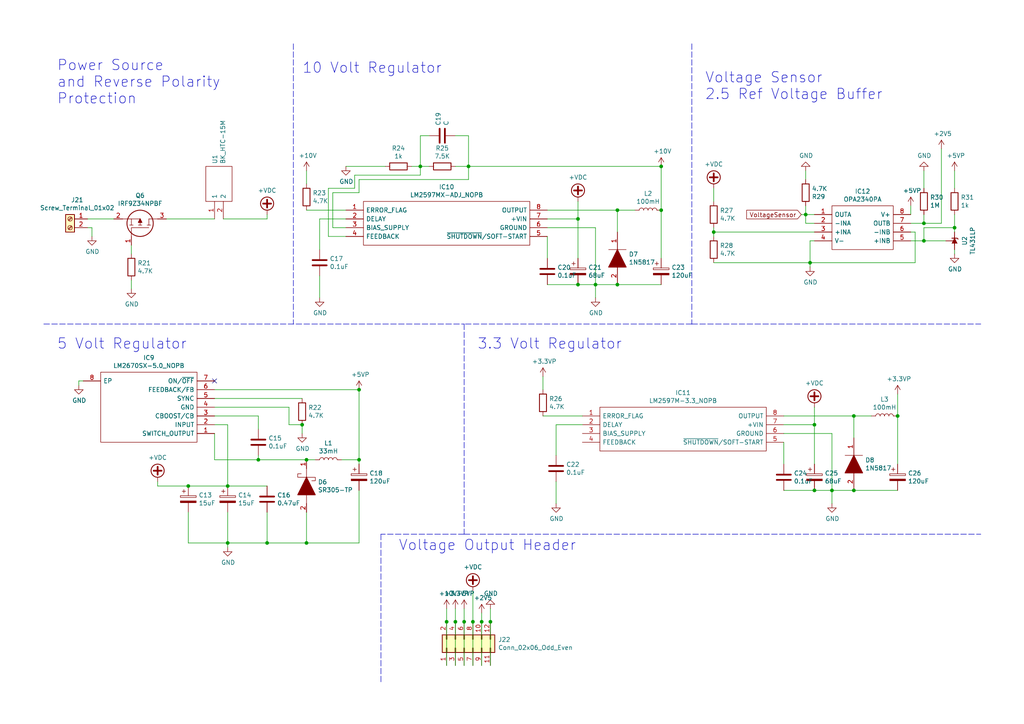
<source format=kicad_sch>
(kicad_sch (version 20211123) (generator eeschema)
  (paper "A4")
  (lib_symbols
    (symbol "Connector:Screw_Terminal_01x02" (pin_names (offset 1.016) hide)
      (property "Reference" "J" (at 0 2.54 0))
      (property "Value" "Screw_Terminal_01x02" (at 0 -5.08 0))
      (symbol "Screw_Terminal_01x02_1_1"
        (rectangle (start -1.27 1.27) (end 1.27 -3.81) (stroke (width 0.254)) (fill (type background)))
        (circle (center 0 -2.54) (radius 0.635) (stroke (width 0.1524)))
        (polyline (pts (xy -0.5334 -2.2098) (xy 0.3302 -3.048)) (stroke (width 0.1524)))
        (polyline (pts (xy -0.5334 0.3302) (xy 0.3302 -0.508)) (stroke (width 0.1524)))
        (polyline (pts (xy -0.3556 -2.032) (xy 0.508 -2.8702)) (stroke (width 0.1524)))
        (polyline (pts (xy -0.3556 0.508) (xy 0.508 -0.3302)) (stroke (width 0.1524)))
        (circle (center 0 0) (radius 0.635) (stroke (width 0.1524)))
        (pin passive line (at -5.08 0 0) (length 3.81) (name "Pin_1") (number "1"))
        (pin passive line (at -5.08 -2.54 0) (length 3.81) (name "Pin_2") (number "2"))
      )
    )
    (symbol "Connector_Generic:Conn_02x06_Odd_Even" (pin_names (offset 1.016) hide)
      (property "Reference" "J" (at 1.27 7.62 0))
      (property "Value" "Conn_02x06_Odd_Even" (at 1.27 -10.16 0))
      (symbol "Conn_02x06_Odd_Even_1_1"
        (rectangle (start -1.27 -7.493) (end 0 -7.747) (stroke (width 0.1524)))
        (rectangle (start -1.27 -4.953) (end 0 -5.207) (stroke (width 0.1524)))
        (rectangle (start -1.27 -2.413) (end 0 -2.667) (stroke (width 0.1524)))
        (rectangle (start -1.27 0.127) (end 0 -0.127) (stroke (width 0.1524)))
        (rectangle (start -1.27 2.667) (end 0 2.413) (stroke (width 0.1524)))
        (rectangle (start -1.27 5.207) (end 0 4.953) (stroke (width 0.1524)))
        (rectangle (start -1.27 6.35) (end 3.81 -8.89) (stroke (width 0.254)) (fill (type background)))
        (rectangle (start 3.81 -7.493) (end 2.54 -7.747) (stroke (width 0.1524)))
        (rectangle (start 3.81 -4.953) (end 2.54 -5.207) (stroke (width 0.1524)))
        (rectangle (start 3.81 -2.413) (end 2.54 -2.667) (stroke (width 0.1524)))
        (rectangle (start 3.81 0.127) (end 2.54 -0.127) (stroke (width 0.1524)))
        (rectangle (start 3.81 2.667) (end 2.54 2.413) (stroke (width 0.1524)))
        (rectangle (start 3.81 5.207) (end 2.54 4.953) (stroke (width 0.1524)))
        (pin passive line (at -5.08 5.08 0) (length 3.81) (name "Pin_1") (number "1"))
        (pin passive line (at 7.62 -5.08 180) (length 3.81) (name "Pin_10") (number "10"))
        (pin passive line (at -5.08 -7.62 0) (length 3.81) (name "Pin_11") (number "11"))
        (pin passive line (at 7.62 -7.62 180) (length 3.81) (name "Pin_12") (number "12"))
        (pin passive line (at 7.62 5.08 180) (length 3.81) (name "Pin_2") (number "2"))
        (pin passive line (at -5.08 2.54 0) (length 3.81) (name "Pin_3") (number "3"))
        (pin passive line (at 7.62 2.54 180) (length 3.81) (name "Pin_4") (number "4"))
        (pin passive line (at -5.08 0 0) (length 3.81) (name "Pin_5") (number "5"))
        (pin passive line (at 7.62 0 180) (length 3.81) (name "Pin_6") (number "6"))
        (pin passive line (at -5.08 -2.54 0) (length 3.81) (name "Pin_7") (number "7"))
        (pin passive line (at 7.62 -2.54 180) (length 3.81) (name "Pin_8") (number "8"))
        (pin passive line (at -5.08 -5.08 0) (length 3.81) (name "Pin_9") (number "9"))
      )
    )
    (symbol "Device:C" (pin_numbers hide) (pin_names (offset 0.254))
      (property "Reference" "C" (at 0.635 2.54 0))
      (property "Value" "C" (at 0.635 -2.54 0))
      (symbol "C_0_1"
        (polyline (pts (xy -2.032 -0.762) (xy 2.032 -0.762)) (stroke (width 0.508)))
        (polyline (pts (xy -2.032 0.762) (xy 2.032 0.762)) (stroke (width 0.508)))
      )
      (symbol "C_1_1"
        (pin passive line (at 0 3.81 270) (length 2.794) (name "~") (number "1"))
        (pin passive line (at 0 -3.81 90) (length 2.794) (name "~") (number "2"))
      )
    )
    (symbol "Device:CP" (pin_numbers hide) (pin_names (offset 0.254))
      (property "Reference" "C" (at 0.635 2.54 0))
      (property "Value" "Device_CP" (at 0.635 -2.54 0))
      (symbol "CP_0_1"
        (rectangle (start -2.286 0.508) (end 2.286 1.016))
        (polyline (pts (xy -1.778 2.286) (xy -0.762 2.286)))
        (polyline (pts (xy -1.27 2.794) (xy -1.27 1.778)))
        (rectangle (start 2.286 -0.508) (end -2.286 -1.016) (fill (type outline)))
      )
      (symbol "CP_1_1"
        (pin passive line (at 0 3.81 270) (length 2.794) (name "~") (number "1"))
        (pin passive line (at 0 -3.81 90) (length 2.794) (name "~") (number "2"))
      )
    )
    (symbol "Device:L" (pin_numbers hide) (pin_names (offset 1.016) hide)
      (property "Reference" "L" (at -1.27 0 90))
      (property "Value" "L" (at 1.905 0 90))
      (symbol "L_0_1"
        (arc (start 0 -2.54) (mid 0.635 -1.905) (end 0 -1.27))
        (arc (start 0 -1.27) (mid 0.635 -0.635) (end 0 0))
        (arc (start 0 0) (mid 0.635 0.635) (end 0 1.27))
        (arc (start 0 1.27) (mid 0.635 1.905) (end 0 2.54))
      )
      (symbol "L_1_1"
        (pin passive line (at 0 3.81 270) (length 1.27) (name "1") (number "1"))
        (pin passive line (at 0 -3.81 90) (length 1.27) (name "2") (number "2"))
      )
    )
    (symbol "Device:R" (pin_numbers hide) (pin_names (offset 0))
      (property "Reference" "R" (at 2.032 0 90))
      (property "Value" "R" (at 0 0 90))
      (symbol "R_0_1"
        (rectangle (start -1.016 -2.54) (end 1.016 2.54) (stroke (width 0.254)))
      )
      (symbol "R_1_1"
        (pin passive line (at 0 3.81 270) (length 1.27) (name "~") (number "1"))
        (pin passive line (at 0 -3.81 90) (length 1.27) (name "~") (number "2"))
      )
    )
    (symbol "Reference_Voltage:TL431LP" (pin_numbers hide) (pin_names hide)
      (property "Reference" "U" (at -2.54 2.54 0))
      (property "Value" "TL431LP" (at 0 -2.54 0))
      (symbol "TL431LP_0_1"
        (polyline (pts (xy -1.27 0) (xy 0 0) (xy 1.27 0)))
        (polyline (pts (xy -0.762 0.762) (xy 0.762 0) (xy -0.762 -0.762)) (fill (type outline)))
        (polyline (pts (xy 0.508 -1.016) (xy 0.762 -0.762) (xy 0.762 0.762) (xy 0.762 0.762)) (stroke (width 0.254)))
      )
      (symbol "TL431LP_1_1"
        (pin passive line (at 0 2.54 270) (length 2.54) (name "REF") (number "1"))
        (pin passive line (at -2.54 0 0) (length 2.54) (name "A") (number "2"))
        (pin passive line (at 2.54 0 180) (length 2.54) (name "K") (number "3"))
      )
    )
    (symbol "SamacSys_Parts:1N5817" (pin_names (offset 0.762))
      (property "Reference" "D" (at 11.43 5.08 0))
      (property "Value" "SamacSys_Parts_1N5817" (at 11.43 2.54 0))
      (symbol "1N5817_0_0"
        (pin passive line (at 0 0 0) (length 5.08) (name "~") (number "1"))
        (pin passive line (at 15.24 0 180) (length 5.08) (name "~") (number "2"))
      )
      (symbol "1N5817_0_1"
        (polyline (pts (xy 5.08 2.54) (xy 5.08 -2.54)) (stroke (width 0.1524)))
        (polyline (pts (xy 5.08 0) (xy 10.16 2.54) (xy 10.16 -2.54) (xy 5.08 0)) (stroke (width 0.254)) (fill (type outline)))
      )
    )
    (symbol "SamacSys_Parts:BK_HTC-15M" (pin_names (offset 0.762))
      (property "Reference" "U" (at 16.51 7.62 0))
      (property "Value" "SamacSys_Parts_BK_HTC-15M" (at 16.51 5.08 0))
      (symbol "BK_HTC-15M_0_0"
        (pin passive line (at 0 0 0) (length 5.08) (name "1") (number "1"))
        (pin passive line (at 0 -2.54 0) (length 5.08) (name "2") (number "2"))
      )
      (symbol "BK_HTC-15M_0_1"
        (polyline (pts (xy 5.08 2.54) (xy 15.24 2.54) (xy 15.24 -5.08) (xy 5.08 -5.08) (xy 5.08 2.54)) (stroke (width 0.1524)))
      )
    )
    (symbol "SamacSys_Parts:IRF9Z34NPBF" (pin_names (offset 0.762))
      (property "Reference" "Q" (at 11.43 3.81 0))
      (property "Value" "SamacSys_Parts_IRF9Z34NPBF" (at 11.43 1.27 0))
      (symbol "IRF9Z34NPBF_0_0"
        (pin passive line (at 0 0 0) (length 2.54) (name "~") (number "1"))
        (pin passive line (at 7.62 -5.08 90) (length 2.54) (name "~") (number "2"))
        (pin passive line (at 7.62 10.16 270) (length 2.54) (name "~") (number "3"))
      )
      (symbol "IRF9Z34NPBF_0_1"
        (polyline (pts (xy 5.842 -0.508) (xy 5.842 0.508)) (stroke (width 0.1524)))
        (polyline (pts (xy 5.842 0) (xy 7.62 0)) (stroke (width 0.1524)))
        (polyline (pts (xy 5.842 2.032) (xy 5.842 3.048)) (stroke (width 0.1524)))
        (polyline (pts (xy 5.842 5.588) (xy 5.842 4.572)) (stroke (width 0.1524)))
        (polyline (pts (xy 7.62 2.54) (xy 5.842 2.54)) (stroke (width 0.1524)))
        (polyline (pts (xy 7.62 2.54) (xy 7.62 -2.54)) (stroke (width 0.1524)))
        (polyline (pts (xy 7.62 5.08) (xy 5.842 5.08)) (stroke (width 0.1524)))
        (polyline (pts (xy 7.62 5.08) (xy 7.62 7.62)) (stroke (width 0.1524)))
        (polyline (pts (xy 2.54 0) (xy 5.08 0) (xy 5.08 5.08)) (stroke (width 0.1524)))
        (polyline (pts (xy 7.62 2.54) (xy 6.604 3.048) (xy 6.604 2.032) (xy 7.62 2.54)) (stroke (width 0.254)) (fill (type outline)))
        (circle (center 6.35 2.54) (radius 3.81) (stroke (width 0.254)))
      )
    )
    (symbol "SamacSys_Parts:LM2597M-3.3_NOPB" (pin_names (offset 0.762))
      (property "Reference" "IC" (at 54.61 7.62 0))
      (property "Value" "SamacSys_Parts_LM2597M-3.3_NOPB" (at 54.61 5.08 0))
      (symbol "LM2597M-3.3_NOPB_0_0"
        (pin passive line (at 0 0 0) (length 5.08) (name "ERROR_FLAG") (number "1"))
        (pin passive line (at 0 -2.54 0) (length 5.08) (name "DELAY") (number "2"))
        (pin passive line (at 0 -5.08 0) (length 5.08) (name "BIAS_SUPPLY") (number "3"))
        (pin passive line (at 0 -7.62 0) (length 5.08) (name "FEEDBACK") (number "4"))
        (pin passive line (at 58.42 -7.62 180) (length 5.08) (name "~{SHUTDOWN}/SOFT-START") (number "5"))
        (pin passive line (at 58.42 -5.08 180) (length 5.08) (name "GROUND") (number "6"))
        (pin passive line (at 58.42 -2.54 180) (length 5.08) (name "+VIN") (number "7"))
        (pin passive line (at 58.42 0 180) (length 5.08) (name "OUTPUT") (number "8"))
      )
      (symbol "LM2597M-3.3_NOPB_0_1"
        (polyline (pts (xy 5.08 2.54) (xy 53.34 2.54) (xy 53.34 -10.16) (xy 5.08 -10.16) (xy 5.08 2.54)) (stroke (width 0.1524)))
      )
    )
    (symbol "SamacSys_Parts:LM2597MX-ADJ_NOPB" (pin_names (offset 0.762))
      (property "Reference" "IC" (at 54.61 7.62 0))
      (property "Value" "SamacSys_Parts_LM2597MX-ADJ_NOPB" (at 54.61 5.08 0))
      (symbol "LM2597MX-ADJ_NOPB_0_0"
        (pin passive line (at 0 0 0) (length 5.08) (name "ERROR_FLAG") (number "1"))
        (pin passive line (at 0 -2.54 0) (length 5.08) (name "DELAY") (number "2"))
        (pin passive line (at 0 -5.08 0) (length 5.08) (name "BIAS_SUPPLY") (number "3"))
        (pin passive line (at 0 -7.62 0) (length 5.08) (name "FEEDBACK") (number "4"))
        (pin passive line (at 58.42 -7.62 180) (length 5.08) (name "~{SHUTDOWN}/SOFT-START") (number "5"))
        (pin passive line (at 58.42 -5.08 180) (length 5.08) (name "GROUND") (number "6"))
        (pin passive line (at 58.42 -2.54 180) (length 5.08) (name "+VIN") (number "7"))
        (pin passive line (at 58.42 0 180) (length 5.08) (name "OUTPUT") (number "8"))
      )
      (symbol "LM2597MX-ADJ_NOPB_0_1"
        (polyline (pts (xy 5.08 2.54) (xy 53.34 2.54) (xy 53.34 -10.16) (xy 5.08 -10.16) (xy 5.08 2.54)) (stroke (width 0.1524)))
      )
    )
    (symbol "SamacSys_Parts:LM2670SX-5.0_NOPB" (pin_names (offset 0.762))
      (property "Reference" "IC" (at 34.29 7.62 0))
      (property "Value" "SamacSys_Parts_LM2670SX-5.0_NOPB" (at 34.29 5.08 0))
      (symbol "LM2670SX-5.0_NOPB_0_0"
        (pin passive line (at 38.1 -15.24 180) (length 5.08) (name "SWITCH_OUTPUT") (number "1"))
        (pin passive line (at 38.1 -12.7 180) (length 5.08) (name "INPUT") (number "2"))
        (pin passive line (at 38.1 -10.16 180) (length 5.08) (name "CBOOST/CB") (number "3"))
        (pin passive line (at 38.1 -7.62 180) (length 5.08) (name "GND") (number "4"))
        (pin passive line (at 38.1 -5.08 180) (length 5.08) (name "SYNC") (number "5"))
        (pin passive line (at 38.1 -2.54 180) (length 5.08) (name "FEEDBACK/FB") (number "6"))
        (pin passive line (at 38.1 0 180) (length 5.08) (name "ON/~{OFF}") (number "7"))
        (pin passive line (at 0 0 0) (length 5.08) (name "EP") (number "8"))
      )
      (symbol "LM2670SX-5.0_NOPB_0_1"
        (polyline (pts (xy 5.08 2.54) (xy 33.02 2.54) (xy 33.02 -17.78) (xy 5.08 -17.78) (xy 5.08 2.54)) (stroke (width 0.1524)))
      )
    )
    (symbol "SamacSys_Parts:OPA2340PA" (pin_names (offset 0.762))
      (property "Reference" "IC" (at 24.13 7.62 0))
      (property "Value" "SamacSys_Parts_OPA2340PA" (at 24.13 5.08 0))
      (symbol "OPA2340PA_0_0"
        (pin passive line (at 0 0 0) (length 5.08) (name "OUTA") (number "1"))
        (pin passive line (at 0 -2.54 0) (length 5.08) (name "-INA") (number "2"))
        (pin passive line (at 0 -5.08 0) (length 5.08) (name "+INA") (number "3"))
        (pin passive line (at 0 -7.62 0) (length 5.08) (name "V-") (number "4"))
        (pin passive line (at 27.94 -7.62 180) (length 5.08) (name "+INB") (number "5"))
        (pin passive line (at 27.94 -5.08 180) (length 5.08) (name "-INB") (number "6"))
        (pin passive line (at 27.94 -2.54 180) (length 5.08) (name "OUTB") (number "7"))
        (pin passive line (at 27.94 0 180) (length 5.08) (name "V+") (number "8"))
      )
      (symbol "OPA2340PA_0_1"
        (polyline (pts (xy 5.08 2.54) (xy 22.86 2.54) (xy 22.86 -10.16) (xy 5.08 -10.16) (xy 5.08 2.54)) (stroke (width 0.1524)))
      )
    )
    (symbol "SamacSys_Parts:SR305-TP" (pin_names (offset 0.762))
      (property "Reference" "D" (at 12.7 8.89 0))
      (property "Value" "SamacSys_Parts_SR305-TP" (at 12.7 6.35 0))
      (symbol "SR305-TP_0_0"
        (pin passive line (at 2.54 0 0) (length 2.54) (name "~") (number "1"))
        (pin passive line (at 17.78 0 180) (length 2.54) (name "~") (number "2"))
      )
      (symbol "SR305-TP_0_1"
        (polyline (pts (xy 5.08 0) (xy 7.62 0)) (stroke (width 0.1524)))
        (polyline (pts (xy 7.62 2.54) (xy 7.62 -2.54)) (stroke (width 0.1524)))
        (polyline (pts (xy 12.7 0) (xy 15.24 0)) (stroke (width 0.1524)))
        (polyline (pts (xy 7.62 -2.54) (xy 6.604 -2.54) (xy 6.604 -1.524)) (stroke (width 0.1524)))
        (polyline (pts (xy 7.62 2.54) (xy 8.636 2.54) (xy 8.636 1.524)) (stroke (width 0.1524)))
        (polyline (pts (xy 7.62 0) (xy 12.7 2.54) (xy 12.7 -2.54) (xy 7.62 0)) (stroke (width 0.254)) (fill (type outline)))
      )
    )
    (symbol "power:+10V" (power) (pin_names (offset 0))
      (property "Value" "+10V" (at 0 3.556 0))
      (symbol "+10V_0_1"
        (polyline (pts (xy -0.762 1.27) (xy 0 2.54)))
        (polyline (pts (xy 0 0) (xy 0 2.54)))
        (polyline (pts (xy 0 2.54) (xy 0.762 1.27)))
      )
      (symbol "+10V_1_1"
        (pin power_in line (at 0 0 90) (length 0) hide (name "+10V") (number "1"))
      )
    )
    (symbol "power:+2V5" (power) (pin_names (offset 0))
      (property "Value" "+2V5" (at 0 3.556 0))
      (symbol "+2V5_0_1"
        (polyline (pts (xy -0.762 1.27) (xy 0 2.54)))
        (polyline (pts (xy 0 0) (xy 0 2.54)))
        (polyline (pts (xy 0 2.54) (xy 0.762 1.27)))
      )
      (symbol "+2V5_1_1"
        (pin power_in line (at 0 0 90) (length 0) hide (name "+2V5") (number "1"))
      )
    )
    (symbol "power:+3.3VP" (power) (pin_names (offset 0))
      (property "Value" "+3.3VP" (at 0 2.54 0))
      (symbol "+3.3VP_0_0"
        (pin power_in line (at 0 0 90) (length 0) hide (name "+3.3VP") (number "1"))
      )
      (symbol "+3.3VP_0_1"
        (polyline (pts (xy -0.762 1.27) (xy 0 2.54)))
        (polyline (pts (xy 0 0) (xy 0 2.54)))
        (polyline (pts (xy 0 2.54) (xy 0.762 1.27)))
      )
    )
    (symbol "power:+5VP" (power) (pin_names (offset 0))
      (property "Value" "+5VP" (at 0 3.556 0))
      (symbol "+5VP_0_1"
        (polyline (pts (xy -0.762 1.27) (xy 0 2.54)))
        (polyline (pts (xy 0 0) (xy 0 2.54)))
        (polyline (pts (xy 0 2.54) (xy 0.762 1.27)))
      )
      (symbol "+5VP_1_1"
        (pin power_in line (at 0 0 90) (length 0) hide (name "+5VP") (number "1"))
      )
    )
    (symbol "power:+VDC" (power) (pin_names (offset 0))
      (property "Value" "+VDC" (at 0 6.35 0))
      (symbol "+VDC_0_1"
        (polyline (pts (xy -1.143 3.175) (xy 1.143 3.175)) (stroke (width 0.508)))
        (polyline (pts (xy 0 0) (xy 0 1.27)))
        (polyline (pts (xy 0 2.032) (xy 0 4.318)) (stroke (width 0.508)))
        (circle (center 0 3.175) (radius 1.905) (stroke (width 0.254)))
      )
      (symbol "+VDC_1_1"
        (pin power_in line (at 0 0 90) (length 0) hide (name "+VDC") (number "1"))
      )
    )
    (symbol "power:GND" (power) (pin_names (offset 0))
      (property "Value" "GND" (at 0 -3.81 0))
      (symbol "GND_0_1"
        (polyline (pts (xy 0 0) (xy 0 -1.27) (xy 1.27 -1.27) (xy 0 -2.54) (xy -1.27 -1.27) (xy 0 -1.27)))
      )
      (symbol "GND_1_1"
        (pin power_in line (at 0 0 270) (length 0) hide (name "GND") (number "1"))
      )
    )
  )
  (junction (at 236.22 142.24))
  (junction (at 88.9 133.35))
  (junction (at 234.95 76.2))
  (junction (at 132.08 180.34))
  (junction (at 88.9 157.48))
  (junction (at 87.63 123.19))
  (junction (at 247.65 120.65))
  (junction (at 267.97 64.77))
  (junction (at 236.22 123.19))
  (junction (at 191.77 60.96))
  (junction (at 74.93 133.35))
  (junction (at 233.68 62.23))
  (junction (at 247.65 142.24))
  (junction (at 276.86 66.04))
  (junction (at 104.14 113.03))
  (junction (at 66.04 157.48))
  (junction (at 121.92 48.26))
  (junction (at 66.04 140.97))
  (junction (at 139.7 180.34))
  (junction (at 167.64 63.5))
  (junction (at 134.62 180.34))
  (junction (at 135.89 48.26))
  (junction (at 137.16 180.34))
  (junction (at 54.61 140.97))
  (junction (at 142.24 180.34))
  (junction (at 260.35 120.65))
  (junction (at 77.47 157.48))
  (junction (at 241.3 142.24))
  (junction (at 129.54 180.34))
  (junction (at 191.77 48.26))
  (junction (at 167.64 82.55))
  (junction (at 267.97 69.85))
  (junction (at 207.01 67.31))
  (junction (at 179.07 82.55))
  (junction (at 172.72 82.55))
  (junction (at 104.14 133.35))
  (junction (at 179.07 60.96))
  (no_connect (at 62.23 110.49))
  (wire (pts (xy 158.75 74.93) (xy 158.75 68.58)))
  (wire (pts (xy 139.7 180.34) (xy 139.7 177.8)))
  (wire (pts (xy 54.61 140.97) (xy 66.04 140.97)))
  (wire (pts (xy 207.01 67.31) (xy 207.01 66.04)))
  (wire (pts (xy 121.92 48.26) (xy 119.38 48.26)))
  (wire (pts (xy 167.64 82.55) (xy 172.72 82.55)))
  (wire (pts (xy 48.26 63.5) (xy 62.23 63.5)))
  (polyline (pts (xy 110.49 154.94) (xy 110.49 198.12)))
  (wire (pts (xy 129.54 193.04) (xy 129.54 180.34)))
  (wire (pts (xy 100.33 60.96) (xy 88.9 60.96)))
  (wire (pts (xy 179.07 67.31) (xy 179.07 60.96)))
  (wire (pts (xy 241.3 142.24) (xy 247.65 142.24)))
  (wire (pts (xy 111.76 48.26) (xy 100.33 48.26)))
  (wire (pts (xy 54.61 148.59) (xy 54.61 157.48)))
  (wire (pts (xy 77.47 157.48) (xy 77.47 148.59)))
  (wire (pts (xy 26.67 66.04) (xy 25.4 66.04)))
  (wire (pts (xy 25.4 63.5) (xy 33.02 63.5)))
  (wire (pts (xy 104.14 52.07) (xy 135.89 52.07)))
  (wire (pts (xy 232.41 62.23) (xy 233.68 62.23)))
  (wire (pts (xy 121.92 48.26) (xy 121.92 50.8)))
  (wire (pts (xy 66.04 157.48) (xy 66.04 148.59)))
  (polyline (pts (xy 134.62 154.94) (xy 284.48 154.94)))
  (wire (pts (xy 104.14 134.62) (xy 104.14 133.35)))
  (wire (pts (xy 191.77 48.26) (xy 135.89 48.26)))
  (wire (pts (xy 74.93 133.35) (xy 88.9 133.35)))
  (wire (pts (xy 158.75 63.5) (xy 167.64 63.5)))
  (wire (pts (xy 234.95 76.2) (xy 234.95 69.85)))
  (wire (pts (xy 207.01 68.58) (xy 207.01 67.31)))
  (wire (pts (xy 264.16 62.23) (xy 264.16 59.69)))
  (wire (pts (xy 121.92 50.8) (xy 102.87 50.8)))
  (wire (pts (xy 88.9 53.34) (xy 88.9 49.53)))
  (wire (pts (xy 227.33 134.62) (xy 227.33 128.27)))
  (wire (pts (xy 45.72 139.7) (xy 45.72 140.97)))
  (wire (pts (xy 62.23 133.35) (xy 74.93 133.35)))
  (wire (pts (xy 161.29 123.19) (xy 168.91 123.19)))
  (wire (pts (xy 179.07 60.96) (xy 184.15 60.96)))
  (wire (pts (xy 121.92 39.37) (xy 121.92 48.26)))
  (wire (pts (xy 77.47 157.48) (xy 88.9 157.48)))
  (wire (pts (xy 102.87 50.8) (xy 102.87 54.61)))
  (wire (pts (xy 172.72 66.04) (xy 172.72 82.55)))
  (wire (pts (xy 161.29 146.05) (xy 161.29 139.7)))
  (wire (pts (xy 273.05 64.77) (xy 273.05 43.18)))
  (wire (pts (xy 276.86 67.31) (xy 276.86 66.04)))
  (wire (pts (xy 227.33 125.73) (xy 241.3 125.73)))
  (wire (pts (xy 135.89 39.37) (xy 132.08 39.37)))
  (wire (pts (xy 265.43 76.2) (xy 265.43 67.31)))
  (wire (pts (xy 137.16 193.04) (xy 137.16 180.34)))
  (wire (pts (xy 241.3 146.05) (xy 241.3 142.24)))
  (wire (pts (xy 22.86 111.76) (xy 22.86 110.49)))
  (wire (pts (xy 207.01 58.42) (xy 207.01 54.61)))
  (wire (pts (xy 247.65 120.65) (xy 252.73 120.65)))
  (wire (pts (xy 260.35 142.24) (xy 247.65 142.24)))
  (wire (pts (xy 38.1 73.66) (xy 38.1 71.12)))
  (wire (pts (xy 265.43 67.31) (xy 264.16 67.31)))
  (wire (pts (xy 92.71 72.39) (xy 92.71 63.5)))
  (wire (pts (xy 236.22 142.24) (xy 241.3 142.24)))
  (wire (pts (xy 207.01 76.2) (xy 234.95 76.2)))
  (wire (pts (xy 83.82 118.11) (xy 83.82 123.19)))
  (wire (pts (xy 234.95 69.85) (xy 236.22 69.85)))
  (wire (pts (xy 77.47 63.5) (xy 77.47 62.23)))
  (wire (pts (xy 137.16 180.34) (xy 137.16 171.45)))
  (wire (pts (xy 236.22 64.77) (xy 233.68 64.77)))
  (wire (pts (xy 124.46 39.37) (xy 121.92 39.37)))
  (wire (pts (xy 158.75 60.96) (xy 179.07 60.96)))
  (wire (pts (xy 22.86 110.49) (xy 24.13 110.49)))
  (wire (pts (xy 236.22 123.19) (xy 236.22 134.62)))
  (wire (pts (xy 87.63 125.73) (xy 87.63 123.19)))
  (wire (pts (xy 167.64 63.5) (xy 167.64 58.42)))
  (wire (pts (xy 95.25 54.61) (xy 95.25 68.58)))
  (wire (pts (xy 276.86 54.61) (xy 276.86 49.53)))
  (polyline (pts (xy 12.7 93.98) (xy 134.62 93.98)))
  (wire (pts (xy 233.68 49.53) (xy 233.68 52.07)))
  (wire (pts (xy 264.16 69.85) (xy 267.97 69.85)))
  (wire (pts (xy 135.89 52.07) (xy 135.89 48.26)))
  (wire (pts (xy 274.32 69.85) (xy 267.97 69.85)))
  (wire (pts (xy 233.68 64.77) (xy 233.68 62.23)))
  (wire (pts (xy 236.22 123.19) (xy 236.22 118.11)))
  (wire (pts (xy 26.67 68.58) (xy 26.67 66.04)))
  (wire (pts (xy 191.77 74.93) (xy 191.77 60.96)))
  (wire (pts (xy 191.77 82.55) (xy 179.07 82.55)))
  (polyline (pts (xy 200.66 93.98) (xy 284.48 93.98)))
  (wire (pts (xy 241.3 125.73) (xy 241.3 142.24)))
  (wire (pts (xy 158.75 66.04) (xy 172.72 66.04)))
  (wire (pts (xy 62.23 123.19) (xy 66.04 123.19)))
  (wire (pts (xy 267.97 69.85) (xy 267.97 66.04)))
  (wire (pts (xy 45.72 140.97) (xy 54.61 140.97)))
  (wire (pts (xy 129.54 176.53) (xy 129.54 180.34)))
  (wire (pts (xy 132.08 48.26) (xy 135.89 48.26)))
  (polyline (pts (xy 134.62 154.94) (xy 110.49 154.94)))
  (wire (pts (xy 234.95 76.2) (xy 265.43 76.2)))
  (wire (pts (xy 88.9 157.48) (xy 104.14 157.48)))
  (wire (pts (xy 139.7 193.04) (xy 139.7 180.34)))
  (wire (pts (xy 172.72 86.36) (xy 172.72 82.55)))
  (wire (pts (xy 66.04 140.97) (xy 77.47 140.97)))
  (wire (pts (xy 132.08 180.34) (xy 132.08 176.53)))
  (wire (pts (xy 234.95 77.47) (xy 234.95 76.2)))
  (wire (pts (xy 135.89 48.26) (xy 135.89 39.37)))
  (wire (pts (xy 134.62 180.34) (xy 134.62 176.53)))
  (wire (pts (xy 168.91 120.65) (xy 157.48 120.65)))
  (wire (pts (xy 88.9 133.35) (xy 91.44 133.35)))
  (wire (pts (xy 264.16 64.77) (xy 267.97 64.77)))
  (wire (pts (xy 66.04 157.48) (xy 66.04 158.75)))
  (wire (pts (xy 66.04 123.19) (xy 66.04 140.97)))
  (wire (pts (xy 102.87 54.61) (xy 95.25 54.61)))
  (polyline (pts (xy 85.09 12.7) (xy 85.09 93.98)))
  (wire (pts (xy 62.23 118.11) (xy 83.82 118.11)))
  (wire (pts (xy 124.46 48.26) (xy 121.92 48.26)))
  (wire (pts (xy 227.33 142.24) (xy 236.22 142.24)))
  (wire (pts (xy 96.52 66.04) (xy 96.52 55.88)))
  (wire (pts (xy 54.61 157.48) (xy 66.04 157.48)))
  (wire (pts (xy 236.22 62.23) (xy 233.68 62.23)))
  (wire (pts (xy 158.75 82.55) (xy 167.64 82.55)))
  (wire (pts (xy 104.14 55.88) (xy 104.14 52.07)))
  (wire (pts (xy 74.93 133.35) (xy 74.93 132.08)))
  (wire (pts (xy 83.82 123.19) (xy 87.63 123.19)))
  (wire (pts (xy 267.97 54.61) (xy 267.97 49.53)))
  (wire (pts (xy 88.9 157.48) (xy 88.9 148.59)))
  (wire (pts (xy 276.86 66.04) (xy 276.86 62.23)))
  (wire (pts (xy 134.62 193.04) (xy 134.62 180.34)))
  (wire (pts (xy 260.35 120.65) (xy 260.35 114.3)))
  (wire (pts (xy 96.52 55.88) (xy 104.14 55.88)))
  (wire (pts (xy 276.86 73.66) (xy 276.86 72.39)))
  (wire (pts (xy 227.33 123.19) (xy 236.22 123.19)))
  (polyline (pts (xy 134.62 93.98) (xy 134.62 154.94)))
  (wire (pts (xy 191.77 60.96) (xy 191.77 48.26)))
  (wire (pts (xy 260.35 134.62) (xy 260.35 120.65)))
  (wire (pts (xy 92.71 63.5) (xy 100.33 63.5)))
  (wire (pts (xy 161.29 132.08) (xy 161.29 123.19)))
  (wire (pts (xy 62.23 115.57) (xy 87.63 115.57)))
  (wire (pts (xy 142.24 176.53) (xy 142.24 180.34)))
  (wire (pts (xy 233.68 62.23) (xy 233.68 59.69)))
  (polyline (pts (xy 200.66 93.98) (xy 134.62 93.98)))
  (wire (pts (xy 66.04 157.48) (xy 77.47 157.48)))
  (wire (pts (xy 267.97 64.77) (xy 273.05 64.77)))
  (wire (pts (xy 95.25 68.58) (xy 100.33 68.58)))
  (wire (pts (xy 62.23 113.03) (xy 104.14 113.03)))
  (wire (pts (xy 104.14 113.03) (xy 104.14 133.35)))
  (wire (pts (xy 142.24 193.04) (xy 142.24 180.34)))
  (wire (pts (xy 132.08 193.04) (xy 132.08 180.34)))
  (wire (pts (xy 267.97 64.77) (xy 267.97 62.23)))
  (polyline (pts (xy 200.66 12.7) (xy 200.66 93.98)))
  (wire (pts (xy 207.01 67.31) (xy 236.22 67.31)))
  (wire (pts (xy 92.71 86.36) (xy 92.71 80.01)))
  (wire (pts (xy 64.77 63.5) (xy 77.47 63.5)))
  (wire (pts (xy 267.97 66.04) (xy 276.86 66.04)))
  (wire (pts (xy 104.14 133.35) (xy 99.06 133.35)))
  (wire (pts (xy 167.64 63.5) (xy 167.64 74.93)))
  (wire (pts (xy 247.65 127) (xy 247.65 120.65)))
  (wire (pts (xy 74.93 124.46) (xy 74.93 120.65)))
  (wire (pts (xy 38.1 83.82) (xy 38.1 81.28)))
  (wire (pts (xy 157.48 113.03) (xy 157.48 109.22)))
  (wire (pts (xy 227.33 120.65) (xy 247.65 120.65)))
  (wire (pts (xy 104.14 157.48) (xy 104.14 142.24)))
  (wire (pts (xy 74.93 120.65) (xy 62.23 120.65)))
  (wire (pts (xy 62.23 125.73) (xy 62.23 133.35)))
  (wire (pts (xy 172.72 82.55) (xy 179.07 82.55)))
  (wire (pts (xy 100.33 66.04) (xy 96.52 66.04)))
  (text "Voltage Output Header" (at 115.57 160.02 0) (effects (font (size 3 3)) (justify left bottom)))
  (text "Voltage Sensor \n2.5 Ref Voltage Buffer" (at 204.47 29.21 0) (effects (font (size 3 3)) (justify left bottom)))
  (text "5 Volt Regulator" (at 16.51 101.6 0) (effects (font (size 3 3)) (justify left bottom)))
  (text "10 Volt Regulator" (at 87.63 21.59 0) (effects (font (size 3 3)) (justify left bottom)))
  (text "3.3 Volt Regulator" (at 138.43 101.6 0) (effects (font (size 3 3)) (justify left bottom)))
  (text "Power Source \nand Reverse Polarity \nProtection" (at 16.51 30.48 0) (effects (font (size 3 3)) (justify left bottom)))
  (global_label "VoltageSensor" (shape input) (at 232.41 62.23 180) (property "Intersheet References" "${INTERSHEET_REFS}" (effects hide)))
  (symbol (lib_id "Connector:Screw_Terminal_01x02") (at 20.32 63.5 0) (mirror y) (unit 1)
    (property "Reference" "J21" (at 22.4028 57.9882 0))
    (property "Value" "Screw_Terminal_01x02" (at 22.4028 60.2996 0))
    (property "Footprint" "TerminalBlock_Phoenix:TerminalBlock_Phoenix_MKDS-1,5-2-5.08_1x02_P5.08mm_Horizontal" (effects hide))
  )
  (symbol (lib_id "power:GND") (at 26.67 68.58 0) (unit 1)
    (property "Reference" "#PWR054" (effects hide))
    (property "Value" "GND" (at 26.797 72.9742 0))
  )
  (symbol (lib_id "SamacSys_Parts:BK_HTC-15M") (at 62.23 63.5 90) (unit 1)
    (property "Reference" "U1" (at 62.3316 47.5488 0) (effects (justify left)))
    (property "Value" "BK_HTC-15M" (at 64.643 47.5488 0) (effects (justify left)))
    (property "Footprint" "SamacSys_Parts:BK_HTC-15M" (effects hide))
    (property "Description" "Fuse Holder PCB FUSE BLOCK" (effects hide))
    (property "Mouser Part Number" "504-HTC-15M" (effects hide))
    (property "Mouser Price/Stock" "https://www.mouser.co.uk/ProductDetail/Bussmann-Eaton/BK-HTC-15M?qs=xYgILgh9YcIcij8kQUilpQ%3D%3D" (effects hide))
    (property "Manufacturer_Name" "Eaton" (effects hide))
    (property "Manufacturer_Part_Number" "BK/HTC-15M" (effects hide))
  )
  (symbol (lib_id "SamacSys_Parts:IRF9Z34NPBF") (at 38.1 71.12 270) (mirror x) (unit 1)
    (property "Reference" "Q6" (at 40.64 56.7182 90))
    (property "Value" "IRF9Z34NPBF" (at 40.64 59.0296 90))
    (property "Footprint" "SamacSys_Parts:TO254P469X1042X1967-3P" (effects hide))
    (property "Datasheet" "https://www.infineon.com/dgdl/irf9z34npbf.pdf?fileId=5546d462533600a40153561220af1ddd" (effects hide))
    (property "Description" "MOSFET MOSFT PCh -55V -17A 100mOhm 23.3nC" (effects hide))
    (property "Height" "4.69" (effects hide))
    (property "Mouser Part Number" "942-IRF9Z34NPBF" (effects hide))
    (property "Mouser Price/Stock" "https://www.mouser.co.uk/ProductDetail/Infineon-IR/IRF9Z34NPBF?qs=9%252BKlkBgLFf16a%2FvlD%252BMCtQ%3D%3D" (effects hide))
    (property "Manufacturer_Name" "Infineon" (effects hide))
    (property "Manufacturer_Part_Number" "IRF9Z34NPBF" (effects hide))
  )
  (symbol (lib_id "Device:R") (at 38.1 77.47 0) (unit 1)
    (property "Reference" "R21" (at 39.878 76.3016 0) (effects (justify left)))
    (property "Value" "4.7K" (at 39.878 78.613 0) (effects (justify left)))
    (property "Footprint" "Resistor_THT:R_Axial_DIN0207_L6.3mm_D2.5mm_P2.54mm_Vertical" (effects hide))
  )
  (symbol (lib_id "power:GND") (at 38.1 83.82 0) (unit 1)
    (property "Reference" "#PWR055" (effects hide))
    (property "Value" "GND" (at 38.227 88.2142 0))
  )
  (symbol (lib_id "power:+VDC") (at 77.47 62.23 0) (unit 1)
    (property "Reference" "#PWR058" (effects hide))
    (property "Value" "+VDC" (at 77.47 55.245 0))
  )
  (symbol (lib_id "power:GND") (at 100.33 48.26 0) (unit 1)
    (property "Reference" "#PWR062" (effects hide))
    (property "Value" "GND" (at 100.457 52.6542 0))
  )
  (symbol (lib_id "power:+10V") (at 88.9 49.53 0) (unit 1)
    (property "Reference" "#PWR060" (effects hide))
    (property "Value" "+10V" (at 89.281 45.1358 0))
  )
  (symbol (lib_id "power:+10V") (at 191.77 48.26 0) (unit 1)
    (property "Reference" "#PWR074" (effects hide))
    (property "Value" "+10V" (at 192.151 43.8658 0))
  )
  (symbol (lib_id "power:+VDC") (at 167.64 58.42 0) (unit 1)
    (property "Reference" "#PWR070" (effects hide))
    (property "Value" "+VDC" (at 167.64 51.435 0))
  )
  (symbol (lib_id "Device:CP") (at 191.77 78.74 0) (unit 1)
    (property "Reference" "C23" (at 194.7672 77.5716 0) (effects (justify left)))
    (property "Value" "120uF" (at 194.7672 79.883 0) (effects (justify left)))
    (property "Footprint" "Capacitor_THT:CP_Radial_D8.0mm_P5.00mm" (effects hide))
  )
  (symbol (lib_id "Device:R") (at 88.9 57.15 0) (unit 1)
    (property "Reference" "R23" (at 90.678 55.9816 0) (effects (justify left)))
    (property "Value" "4.7K" (at 90.678 58.293 0) (effects (justify left)))
    (property "Footprint" "Resistor_THT:R_Axial_DIN0207_L6.3mm_D2.5mm_P2.54mm_Vertical" (effects hide))
  )
  (symbol (lib_id "Device:R") (at 128.27 48.26 90) (unit 1)
    (property "Reference" "R25" (at 128.27 43.0022 90))
    (property "Value" "7.5K" (at 128.27 45.3136 90))
    (property "Footprint" "Resistor_THT:R_Axial_DIN0207_L6.3mm_D2.5mm_P2.54mm_Vertical" (effects hide))
  )
  (symbol (lib_id "power:GND") (at 92.71 86.36 0) (unit 1)
    (property "Reference" "#PWR061" (effects hide))
    (property "Value" "GND" (at 92.837 90.7542 0))
  )
  (symbol (lib_id "power:GND") (at 172.72 86.36 0) (unit 1)
    (property "Reference" "#PWR071" (effects hide))
    (property "Value" "GND" (at 172.847 90.7542 0))
  )
  (symbol (lib_id "Device:C") (at 128.27 39.37 90) (unit 1)
    (property "Reference" "C19" (at 127.1016 36.449 0) (effects (justify left)))
    (property "Value" "C" (at 129.413 36.449 0) (effects (justify left)))
    (property "Footprint" "Capacitor_THT:C_Rect_L9.0mm_W3.6mm_P7.50mm_MKT" (effects hide))
  )
  (symbol (lib_id "Device:C") (at 92.71 76.2 0) (unit 1)
    (property "Reference" "C17" (at 95.631 75.0316 0) (effects (justify left)))
    (property "Value" "0.1uF" (at 95.631 77.343 0) (effects (justify left)))
    (property "Footprint" "Capacitor_THT:C_Rect_L9.0mm_W3.6mm_P7.50mm_MKT" (effects hide))
  )
  (symbol (lib_id "SamacSys_Parts:1N5817") (at 179.07 67.31 270) (unit 1)
    (property "Reference" "D7" (at 182.372 73.7616 90) (effects (justify left)))
    (property "Value" "1N5817" (at 182.372 76.073 90) (effects (justify left)))
    (property "Footprint" "SamacSys_Parts:DIOAD1414W86L464D238" (effects hide))
    (property "Datasheet" "http://www.st.com/web/en/resource/technical/document/datasheet/CD00001625.pdf" (effects hide))
    (property "Description" "1N5817, Schottky Diode,  1A max, 20V, 2-Pin, DO-41" (effects hide))
    (property "Mouser Part Number" "511-1N5817" (effects hide))
    (property "Mouser Price/Stock" "https://www.mouser.co.uk/ProductDetail/STMicroelectronics/1N5817?qs=JV7lzlMm3yKNnxZdh%252BSMnw%3D%3D" (effects hide))
    (property "Manufacturer_Name" "STMicroelectronics" (effects hide))
    (property "Manufacturer_Part_Number" "1N5817" (effects hide))
  )
  (symbol (lib_id "Device:L") (at 187.96 60.96 90) (unit 1)
    (property "Reference" "L2" (at 187.96 56.134 90))
    (property "Value" "100mH" (at 187.96 58.4454 90))
    (property "Footprint" "Inductor_THT:L_Axial_L9.5mm_D4.0mm_P15.24mm_Horizontal_Fastron_SMCC" (effects hide))
  )
  (symbol (lib_id "Device:CP") (at 167.64 78.74 0) (unit 1)
    (property "Reference" "C21" (at 170.6372 77.5716 0) (effects (justify left)))
    (property "Value" "68uF" (at 170.6372 79.883 0) (effects (justify left)))
    (property "Footprint" "Capacitor_THT:CP_Radial_D5.0mm_P2.50mm" (effects hide))
  )
  (symbol (lib_id "Device:C") (at 158.75 78.74 0) (unit 1)
    (property "Reference" "C20" (at 161.671 77.5716 0) (effects (justify left)))
    (property "Value" "0.1uF" (at 161.671 79.883 0) (effects (justify left)))
    (property "Footprint" "Capacitor_THT:C_Rect_L9.0mm_W3.6mm_P7.50mm_MKT" (effects hide))
  )
  (symbol (lib_id "Device:R") (at 115.57 48.26 90) (unit 1)
    (property "Reference" "R24" (at 115.57 43.0022 90))
    (property "Value" "1k" (at 115.57 45.3136 90))
    (property "Footprint" "Resistor_THT:R_Axial_DIN0207_L6.3mm_D2.5mm_P2.54mm_Vertical" (effects hide))
  )
  (symbol (lib_id "SamacSys_Parts:LM2597MX-ADJ_NOPB") (at 100.33 60.96 0) (unit 1)
    (property "Reference" "IC10" (at 129.54 54.229 0))
    (property "Value" "LM2597MX-ADJ_NOPB" (at 129.54 56.5404 0))
    (property "Footprint" "SamacSys_Parts:SOIC127P600X175-8N" (effects hide))
    (property "Datasheet" "http://www.ti.com/lit/gpn/LM2597" (effects hide))
    (property "Description" "SIMPLE SWITCHER Power Converter 150 kHz 0.5A Step-Down Voltage Regulator" (effects hide))
    (property "Height" "1.75" (effects hide))
    (property "Mouser Part Number" "926-LM2597MXADJNOPB" (effects hide))
    (property "Mouser Price/Stock" "https://www.mouser.co.uk/ProductDetail/Texas-Instruments/LM2597MX-ADJ-NOPB?qs=X1J7HmVL2ZEDIgwfzjXNjw%3D%3D" (effects hide))
    (property "Manufacturer_Name" "Texas Instruments" (effects hide))
    (property "Manufacturer_Part_Number" "LM2597MX-ADJ/NOPB" (effects hide))
  )
  (symbol (lib_id "power:+VDC") (at 207.01 54.61 0) (unit 1)
    (property "Reference" "#PWR075" (effects hide))
    (property "Value" "+VDC" (at 207.01 47.625 0))
  )
  (symbol (lib_id "SamacSys_Parts:LM2670SX-5.0_NOPB") (at 24.13 110.49 0) (unit 1)
    (property "Reference" "IC9" (at 43.18 103.759 0))
    (property "Value" "LM2670SX-5.0_NOPB" (at 43.18 106.0704 0))
    (property "Footprint" "SamacSys_Parts:LM2670SX50NOPB" (effects hide))
    (property "Datasheet" "http://www.ti.com/lit/gpn/LM2670" (effects hide))
    (property "Description" "SIMPLE SWITCHER High Efficiency 3A Step-Down Voltage Regulator with Sync" (effects hide))
    (property "Height" "4.64" (effects hide))
    (property "Mouser Part Number" "926-LM2670SX50NOPB" (effects hide))
    (property "Mouser Price/Stock" "https://www.mouser.co.uk/ProductDetail/Texas-Instruments/LM2670SX-50-NOPB/?qs=X1J7HmVL2ZHkBBcK6Id9eQ%3D%3D" (effects hide))
    (property "Manufacturer_Name" "Texas Instruments" (effects hide))
    (property "Manufacturer_Part_Number" "LM2670SX-5.0/NOPB" (effects hide))
  )
  (symbol (lib_id "power:GND") (at 22.86 111.76 0) (unit 1)
    (property "Reference" "#PWR053" (effects hide))
    (property "Value" "GND" (at 22.987 116.1542 0))
  )
  (symbol (lib_id "Device:R") (at 87.63 119.38 0) (unit 1)
    (property "Reference" "R22" (at 89.408 118.2116 0) (effects (justify left)))
    (property "Value" "4.7K" (at 89.408 120.523 0) (effects (justify left)))
    (property "Footprint" "Resistor_THT:R_Axial_DIN0207_L6.3mm_D2.5mm_P2.54mm_Vertical" (effects hide))
  )
  (symbol (lib_id "power:GND") (at 87.63 125.73 0) (unit 1)
    (property "Reference" "#PWR059" (effects hide))
    (property "Value" "GND" (at 87.757 130.1242 0))
  )
  (symbol (lib_id "Device:C") (at 74.93 128.27 0) (unit 1)
    (property "Reference" "C15" (at 77.851 127.1016 0) (effects (justify left)))
    (property "Value" "0.1uF" (at 77.851 129.413 0) (effects (justify left)))
    (property "Footprint" "Capacitor_THT:C_Rect_L9.0mm_W3.6mm_P7.50mm_MKT" (effects hide))
  )
  (symbol (lib_id "power:+VDC") (at 45.72 139.7 0) (unit 1)
    (property "Reference" "#PWR056" (effects hide))
    (property "Value" "+VDC" (at 45.72 132.715 0))
  )
  (symbol (lib_id "Device:CP") (at 54.61 144.78 0) (unit 1)
    (property "Reference" "C13" (at 57.6072 143.6116 0) (effects (justify left)))
    (property "Value" "15uF" (at 57.6072 145.923 0) (effects (justify left)))
    (property "Footprint" "Capacitor_THT:CP_Radial_D5.0mm_P2.50mm" (effects hide))
  )
  (symbol (lib_id "Device:CP") (at 66.04 144.78 0) (unit 1)
    (property "Reference" "C14" (at 69.0372 143.6116 0) (effects (justify left)))
    (property "Value" "15uF" (at 69.0372 145.923 0) (effects (justify left)))
    (property "Footprint" "Capacitor_THT:CP_Radial_D5.0mm_P2.50mm" (effects hide))
  )
  (symbol (lib_id "Device:C") (at 77.47 144.78 0) (unit 1)
    (property "Reference" "C16" (at 80.391 143.6116 0) (effects (justify left)))
    (property "Value" "0.47uF" (at 80.391 145.923 0) (effects (justify left)))
    (property "Footprint" "Capacitor_THT:C_Rect_L9.0mm_W3.6mm_P7.50mm_MKT" (effects hide))
  )
  (symbol (lib_id "power:GND") (at 66.04 158.75 0) (unit 1)
    (property "Reference" "#PWR057" (effects hide))
    (property "Value" "GND" (at 66.167 163.1442 0))
  )
  (symbol (lib_id "Device:L") (at 95.25 133.35 90) (unit 1)
    (property "Reference" "L1" (at 95.25 128.524 90))
    (property "Value" "33mH" (at 95.25 130.8354 90))
    (property "Footprint" "Inductor_THT:L_Axial_L9.5mm_D4.0mm_P15.24mm_Horizontal_Fastron_SMCC" (effects hide))
  )
  (symbol (lib_id "SamacSys_Parts:SR305-TP") (at 88.9 130.81 270) (unit 1)
    (property "Reference" "D6" (at 92.202 139.8016 90) (effects (justify left)))
    (property "Value" "SR305-TP" (at 92.202 142.113 90) (effects (justify left)))
    (property "Footprint" "SamacSys_Parts:DIOAD2860W130L840D505" (effects hide))
    (property "Datasheet" "https://componentsearchengine.com/Datasheets/1/SR305-TP.pdf" (effects hide))
    (property "Description" "Schottky Diodes & Rectifiers Rectifier 50V 80A" (effects hide))
    (property "Mouser Part Number" "833-SR305-TP" (effects hide))
    (property "Mouser Price/Stock" "https://www.mouser.com/Search/Refine.aspx?Keyword=833-SR305-TP" (effects hide))
    (property "Manufacturer_Name" "Micro Commercial Components (MCC)" (effects hide))
    (property "Manufacturer_Part_Number" "SR305-TP" (effects hide))
  )
  (symbol (lib_id "Device:CP") (at 104.14 138.43 0) (unit 1)
    (property "Reference" "C18" (at 107.1372 137.2616 0) (effects (justify left)))
    (property "Value" "120uF" (at 107.1372 139.573 0) (effects (justify left)))
    (property "Footprint" "Capacitor_THT:CP_Radial_D8.0mm_P5.00mm" (effects hide))
  )
  (symbol (lib_id "power:+5VP") (at 104.14 113.03 0) (unit 1)
    (property "Reference" "#PWR064" (effects hide))
    (property "Value" "+5VP" (at 104.521 108.6358 0))
  )
  (symbol (lib_id "power:GND") (at 142.24 176.53 0) (mirror x) (unit 1)
    (property "Reference" "#PWR069" (effects hide))
    (property "Value" "GND" (at 142.367 172.1358 0))
  )
  (symbol (lib_id "power:+5VP") (at 134.62 176.53 0) (unit 1)
    (property "Reference" "#PWR066" (effects hide))
    (property "Value" "+5VP" (at 135.001 172.1358 0))
  )
  (symbol (lib_id "power:+VDC") (at 137.16 171.45 0) (unit 1)
    (property "Reference" "#PWR067" (effects hide))
    (property "Value" "+VDC" (at 137.16 164.465 0))
  )
  (symbol (lib_id "power:+3.3VP") (at 260.35 114.3 0) (unit 1)
    (property "Reference" "#PWR083" (effects hide))
    (property "Value" "+3.3VP" (at 260.731 109.9058 0))
  )
  (symbol (lib_id "power:+3.3VP") (at 132.08 176.53 0) (unit 1)
    (property "Reference" "#PWR065" (effects hide))
    (property "Value" "+3.3VP" (at 132.461 172.1358 0))
  )
  (symbol (lib_id "power:+VDC") (at 236.22 118.11 0) (unit 1)
    (property "Reference" "#PWR078" (effects hide))
    (property "Value" "+VDC" (at 236.22 111.125 0))
  )
  (symbol (lib_id "Device:CP") (at 260.35 138.43 0) (unit 1)
    (property "Reference" "C26" (at 263.3472 137.2616 0) (effects (justify left)))
    (property "Value" "120uF" (at 263.3472 139.573 0) (effects (justify left)))
    (property "Footprint" "Capacitor_THT:CP_Radial_D8.0mm_P5.00mm" (effects hide))
  )
  (symbol (lib_id "Device:R") (at 157.48 116.84 0) (unit 1)
    (property "Reference" "R26" (at 159.258 115.6716 0) (effects (justify left)))
    (property "Value" "4.7K" (at 159.258 117.983 0) (effects (justify left)))
    (property "Footprint" "Resistor_THT:R_Axial_DIN0207_L6.3mm_D2.5mm_P2.54mm_Vertical" (effects hide))
  )
  (symbol (lib_id "power:GND") (at 161.29 146.05 0) (unit 1)
    (property "Reference" "#PWR073" (effects hide))
    (property "Value" "GND" (at 161.417 150.4442 0))
  )
  (symbol (lib_id "power:GND") (at 241.3 146.05 0) (unit 1)
    (property "Reference" "#PWR079" (effects hide))
    (property "Value" "GND" (at 241.427 150.4442 0))
  )
  (symbol (lib_id "Device:C") (at 161.29 135.89 0) (unit 1)
    (property "Reference" "C22" (at 164.211 134.7216 0) (effects (justify left)))
    (property "Value" "0.1uF" (at 164.211 137.033 0) (effects (justify left)))
    (property "Footprint" "Capacitor_THT:C_Rect_L9.0mm_W3.6mm_P7.50mm_MKT" (effects hide))
  )
  (symbol (lib_id "SamacSys_Parts:1N5817") (at 247.65 127 270) (unit 1)
    (property "Reference" "D8" (at 250.952 133.4516 90) (effects (justify left)))
    (property "Value" "1N5817" (at 250.952 135.763 90) (effects (justify left)))
    (property "Footprint" "SamacSys_Parts:DIOAD1414W86L464D238" (effects hide))
    (property "Datasheet" "http://www.st.com/web/en/resource/technical/document/datasheet/CD00001625.pdf" (effects hide))
    (property "Description" "1N5817, Schottky Diode,  1A max, 20V, 2-Pin, DO-41" (effects hide))
    (property "Mouser Part Number" "511-1N5817" (effects hide))
    (property "Mouser Price/Stock" "https://www.mouser.co.uk/ProductDetail/STMicroelectronics/1N5817?qs=JV7lzlMm3yKNnxZdh%252BSMnw%3D%3D" (effects hide))
    (property "Manufacturer_Name" "STMicroelectronics" (effects hide))
    (property "Manufacturer_Part_Number" "1N5817" (effects hide))
  )
  (symbol (lib_id "Device:L") (at 256.54 120.65 90) (unit 1)
    (property "Reference" "L3" (at 256.54 115.824 90))
    (property "Value" "100mH" (at 256.54 118.1354 90))
    (property "Footprint" "Inductor_THT:L_Axial_L9.5mm_D4.0mm_P15.24mm_Horizontal_Fastron_SMCC" (effects hide))
  )
  (symbol (lib_id "Device:CP") (at 236.22 138.43 0) (unit 1)
    (property "Reference" "C25" (at 239.2172 137.2616 0) (effects (justify left)))
    (property "Value" "68uF" (at 239.2172 139.573 0) (effects (justify left)))
    (property "Footprint" "Capacitor_THT:CP_Radial_D5.0mm_P2.50mm" (effects hide))
  )
  (symbol (lib_id "Device:C") (at 227.33 138.43 0) (unit 1)
    (property "Reference" "C24" (at 230.251 137.2616 0) (effects (justify left)))
    (property "Value" "0.1uF" (at 230.251 139.573 0) (effects (justify left)))
    (property "Footprint" "Capacitor_THT:C_Rect_L9.0mm_W3.6mm_P7.50mm_MKT" (effects hide))
  )
  (symbol (lib_id "SamacSys_Parts:OPA2340PA") (at 236.22 62.23 0) (unit 1)
    (property "Reference" "IC12" (at 250.19 55.499 0))
    (property "Value" "OPA2340PA" (at 250.19 57.8104 0))
    (property "Footprint" "SamacSys_Parts:DIP794W53P254L959H508Q8N" (effects hide))
    (property "Datasheet" "http://www.ti.com/lit/gpn/opa2340" (effects hide))
    (property "Description" "Texas Instruments OPA2340PA, Dual Op Amp, 5.5MHz CMOS, Rail to Rail, 3 V, 5 V, 8-Pin PDIP" (effects hide))
    (property "Height" "5.08" (effects hide))
    (property "Mouser Part Number" "595-OPA2340PA" (effects hide))
    (property "Mouser Price/Stock" "https://www.mouser.co.uk/ProductDetail/Texas-Instruments/OPA2340PA?qs=7nS3%252BbEUL6s2KhiJuFokSw%3D%3D" (effects hide))
    (property "Manufacturer_Name" "Texas Instruments" (effects hide))
    (property "Manufacturer_Part_Number" "OPA2340PA" (effects hide))
  )
  (symbol (lib_id "power:+3.3VP") (at 157.48 109.22 0) (unit 1)
    (property "Reference" "#PWR072" (effects hide))
    (property "Value" "+3.3VP" (at 157.861 104.8258 0))
  )
  (symbol (lib_id "power:+2V5") (at 139.7 177.8 0) (unit 1)
    (property "Reference" "#PWR068" (effects hide))
    (property "Value" "+2V5" (at 140.081 173.4058 0))
  )
  (symbol (lib_id "power:+10V") (at 129.54 176.53 0) (unit 1)
    (property "Reference" "#PWR063" (effects hide))
    (property "Value" "+10V" (at 129.921 172.1358 0))
  )
  (symbol (lib_id "Connector_Generic:Conn_02x06_Odd_Even") (at 134.62 187.96 90) (unit 1)
    (property "Reference" "J22" (at 144.4752 185.5216 90) (effects (justify right)))
    (property "Value" "Conn_02x06_Odd_Even" (at 144.4752 187.833 90) (effects (justify right)))
    (property "Footprint" "Connector_PinSocket_2.54mm:PinSocket_2x06_P2.54mm_Vertical" (effects hide))
  )
  (symbol (lib_id "Reference_Voltage:TL431LP") (at 276.86 69.85 90) (unit 1)
    (property "Reference" "U2" (at 279.781 69.85 0))
    (property "Value" "TL431LP" (at 282.0924 69.85 0))
    (property "Footprint" "Package_TO_SOT_THT:TO-92_Inline" (effects hide))
    (property "Datasheet" "http://www.ti.com/lit/ds/symlink/tl431.pdf" (effects hide))
  )
  (symbol (lib_id "Device:R") (at 276.86 58.42 0) (unit 1)
    (property "Reference" "R31" (at 278.638 57.2516 0) (effects (justify left)))
    (property "Value" "1k" (at 278.638 59.563 0) (effects (justify left)))
    (property "Footprint" "Resistor_THT:R_Axial_DIN0207_L6.3mm_D2.5mm_P2.54mm_Vertical" (effects hide))
  )
  (symbol (lib_id "power:GND") (at 276.86 73.66 0) (unit 1)
    (property "Reference" "#PWR085" (effects hide))
    (property "Value" "GND" (at 276.987 78.0542 0))
  )
  (symbol (lib_id "power:+5VP") (at 276.86 49.53 0) (unit 1)
    (property "Reference" "#PWR084" (effects hide))
    (property "Value" "+5VP" (at 277.241 45.1358 0))
  )
  (symbol (lib_id "Device:R") (at 267.97 58.42 0) (unit 1)
    (property "Reference" "R30" (at 269.748 57.2516 0) (effects (justify left)))
    (property "Value" "1M" (at 269.748 59.563 0) (effects (justify left)))
    (property "Footprint" "Resistor_THT:R_Axial_DIN0207_L6.3mm_D2.5mm_P2.54mm_Vertical" (effects hide))
  )
  (symbol (lib_id "power:GND") (at 267.97 49.53 0) (mirror x) (unit 1)
    (property "Reference" "#PWR081" (effects hide))
    (property "Value" "GND" (at 268.097 45.1358 0))
  )
  (symbol (lib_id "power:+2V5") (at 273.05 43.18 0) (unit 1)
    (property "Reference" "#PWR082" (effects hide))
    (property "Value" "+2V5" (at 273.431 38.7858 0))
  )
  (symbol (lib_id "power:+5VP") (at 264.16 59.69 0) (unit 1)
    (property "Reference" "#PWR080" (effects hide))
    (property "Value" "+5VP" (at 264.541 55.2958 0))
  )
  (symbol (lib_id "power:GND") (at 234.95 77.47 0) (unit 1)
    (property "Reference" "#PWR077" (effects hide))
    (property "Value" "GND" (at 235.077 81.8642 0))
  )
  (symbol (lib_id "Device:R") (at 207.01 62.23 0) (unit 1)
    (property "Reference" "R27" (at 208.788 61.0616 0) (effects (justify left)))
    (property "Value" "4.7K" (at 208.788 63.373 0) (effects (justify left)))
    (property "Footprint" "Resistor_THT:R_Axial_DIN0207_L6.3mm_D2.5mm_P2.54mm_Vertical" (effects hide))
  )
  (symbol (lib_id "Device:R") (at 207.01 72.39 0) (unit 1)
    (property "Reference" "R28" (at 208.788 71.2216 0) (effects (justify left)))
    (property "Value" "4.7K" (at 208.788 73.533 0) (effects (justify left)))
    (property "Footprint" "Resistor_THT:R_Axial_DIN0207_L6.3mm_D2.5mm_P2.54mm_Vertical" (effects hide))
  )
  (symbol (lib_id "Device:R") (at 233.68 55.88 0) (mirror x) (unit 1)
    (property "Reference" "R29" (at 235.458 57.0484 0) (effects (justify left)))
    (property "Value" "4.7K" (at 235.458 54.737 0) (effects (justify left)))
    (property "Footprint" "Resistor_THT:R_Axial_DIN0207_L6.3mm_D2.5mm_P2.54mm_Vertical" (effects hide))
  )
  (symbol (lib_id "power:GND") (at 233.68 49.53 0) (mirror x) (unit 1)
    (property "Reference" "#PWR076" (effects hide))
    (property "Value" "GND" (at 233.807 45.1358 0))
  )
  (symbol (lib_id "SamacSys_Parts:LM2597M-3.3_NOPB") (at 168.91 120.65 0) (unit 1)
    (property "Reference" "IC11" (at 198.12 113.919 0))
    (property "Value" "LM2597M-3.3_NOPB" (at 198.12 116.2304 0))
    (property "Footprint" "SamacSys_Parts:SOIC127P600X175-8N" (effects hide))
    (property "Datasheet" "http://www.ti.com/lit/gpn/lm2597" (effects hide))
    (property "Description" "Texas Instruments LM2597M-3.3/NOPB, Step Down DC-DC Converter, 500mA, 8-Pin SOIC" (effects hide))
    (property "Height" "1.75" (effects hide))
    (property "Mouser Part Number" "926-LM2597M-33/NOPB" (effects hide))
    (property "Mouser Price/Stock" "https://www.mouser.com/Search/Refine.aspx?Keyword=926-LM2597M-33%2FNOPB" (effects hide))
    (property "Manufacturer_Name" "Texas Instruments" (effects hide))
    (property "Manufacturer_Part_Number" "LM2597M-3.3/NOPB" (effects hide))
  )
)
</source>
